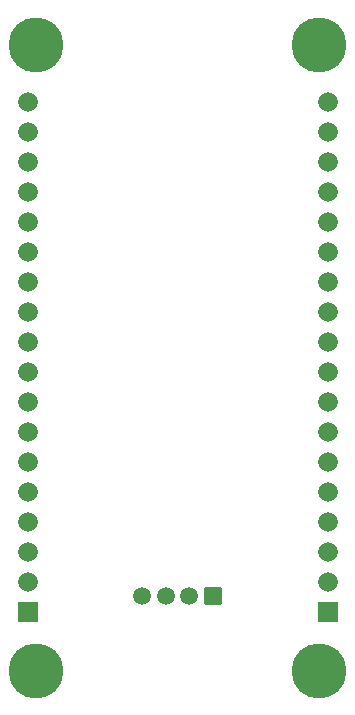
<source format=gbr>
%TF.GenerationSoftware,KiCad,Pcbnew,9.0.4*%
%TF.CreationDate,2025-10-17T17:31:01+02:00*%
%TF.ProjectId,versie_2,76657273-6965-45f3-922e-6b696361645f,rev?*%
%TF.SameCoordinates,Original*%
%TF.FileFunction,Soldermask,Top*%
%TF.FilePolarity,Negative*%
%FSLAX46Y46*%
G04 Gerber Fmt 4.6, Leading zero omitted, Abs format (unit mm)*
G04 Created by KiCad (PCBNEW 9.0.4) date 2025-10-17 17:31:01*
%MOMM*%
%LPD*%
G01*
G04 APERTURE LIST*
G04 Aperture macros list*
%AMRoundRect*
0 Rectangle with rounded corners*
0 $1 Rounding radius*
0 $2 $3 $4 $5 $6 $7 $8 $9 X,Y pos of 4 corners*
0 Add a 4 corners polygon primitive as box body*
4,1,4,$2,$3,$4,$5,$6,$7,$8,$9,$2,$3,0*
0 Add four circle primitives for the rounded corners*
1,1,$1+$1,$2,$3*
1,1,$1+$1,$4,$5*
1,1,$1+$1,$6,$7*
1,1,$1+$1,$8,$9*
0 Add four rect primitives between the rounded corners*
20,1,$1+$1,$2,$3,$4,$5,0*
20,1,$1+$1,$4,$5,$6,$7,0*
20,1,$1+$1,$6,$7,$8,$9,0*
20,1,$1+$1,$8,$9,$2,$3,0*%
G04 Aperture macros list end*
%ADD10RoundRect,0.102000X0.654000X0.654000X-0.654000X0.654000X-0.654000X-0.654000X0.654000X-0.654000X0*%
%ADD11C,1.512000*%
%ADD12R,1.665000X1.665000*%
%ADD13C,1.665000*%
%ADD14C,4.650000*%
G04 APERTURE END LIST*
D10*
%TO.C,J2*%
X205000000Y-101050000D03*
D11*
X203000000Y-101050000D03*
X201000000Y-101050000D03*
X199000000Y-101050000D03*
%TD*%
D12*
%TO.C,U1*%
X214700000Y-102400000D03*
D13*
X214700000Y-99860000D03*
X214700000Y-97320000D03*
X214700000Y-94780000D03*
X214700000Y-92240000D03*
X214700000Y-89700000D03*
X214700000Y-87160000D03*
X214700000Y-84620000D03*
X214700000Y-82080000D03*
X214700000Y-79540000D03*
X214700000Y-77000000D03*
X214700000Y-74460000D03*
X214700000Y-71920000D03*
X214700000Y-69380000D03*
X214700000Y-66840000D03*
X214700000Y-64300000D03*
X214700000Y-61760000D03*
X214700000Y-59220000D03*
D12*
X189300000Y-102400000D03*
D13*
X189300000Y-99860000D03*
X189300000Y-97320000D03*
X189300000Y-94780000D03*
X189300000Y-92240000D03*
X189300000Y-89700000D03*
X189300000Y-87160000D03*
X189300000Y-84620000D03*
X189300000Y-82080000D03*
X189300000Y-79540000D03*
X189300000Y-77000000D03*
X189300000Y-74460000D03*
X189300000Y-71920000D03*
X189300000Y-69380000D03*
X189300000Y-66840000D03*
X189300000Y-64300000D03*
X189300000Y-61760000D03*
X189300000Y-59220000D03*
D14*
X190000000Y-54323000D03*
X214000000Y-54323000D03*
X214000000Y-107323000D03*
X190000000Y-107323000D03*
%TD*%
M02*

</source>
